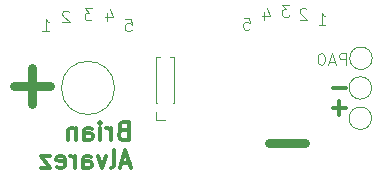
<source format=gbr>
%TF.GenerationSoftware,KiCad,Pcbnew,9.0.4*%
%TF.CreationDate,2025-12-16T21:44:14-08:00*%
%TF.ProjectId,Droplet,44726f70-6c65-4742-9e6b-696361645f70,rev?*%
%TF.SameCoordinates,Original*%
%TF.FileFunction,Legend,Bot*%
%TF.FilePolarity,Positive*%
%FSLAX46Y46*%
G04 Gerber Fmt 4.6, Leading zero omitted, Abs format (unit mm)*
G04 Created by KiCad (PCBNEW 9.0.4) date 2025-12-16 21:44:14*
%MOMM*%
%LPD*%
G01*
G04 APERTURE LIST*
%ADD10C,0.300000*%
%ADD11C,0.100000*%
%ADD12C,0.800000*%
%ADD13C,0.120000*%
G04 APERTURE END LIST*
D10*
X104507889Y-38002198D02*
X104293603Y-38073626D01*
X104293603Y-38073626D02*
X104222174Y-38145055D01*
X104222174Y-38145055D02*
X104150746Y-38287912D01*
X104150746Y-38287912D02*
X104150746Y-38502198D01*
X104150746Y-38502198D02*
X104222174Y-38645055D01*
X104222174Y-38645055D02*
X104293603Y-38716484D01*
X104293603Y-38716484D02*
X104436460Y-38787912D01*
X104436460Y-38787912D02*
X105007889Y-38787912D01*
X105007889Y-38787912D02*
X105007889Y-37287912D01*
X105007889Y-37287912D02*
X104507889Y-37287912D01*
X104507889Y-37287912D02*
X104365032Y-37359341D01*
X104365032Y-37359341D02*
X104293603Y-37430769D01*
X104293603Y-37430769D02*
X104222174Y-37573626D01*
X104222174Y-37573626D02*
X104222174Y-37716484D01*
X104222174Y-37716484D02*
X104293603Y-37859341D01*
X104293603Y-37859341D02*
X104365032Y-37930769D01*
X104365032Y-37930769D02*
X104507889Y-38002198D01*
X104507889Y-38002198D02*
X105007889Y-38002198D01*
X103507889Y-38787912D02*
X103507889Y-37787912D01*
X103507889Y-38073626D02*
X103436460Y-37930769D01*
X103436460Y-37930769D02*
X103365032Y-37859341D01*
X103365032Y-37859341D02*
X103222174Y-37787912D01*
X103222174Y-37787912D02*
X103079317Y-37787912D01*
X102579318Y-38787912D02*
X102579318Y-37787912D01*
X102579318Y-37287912D02*
X102650746Y-37359341D01*
X102650746Y-37359341D02*
X102579318Y-37430769D01*
X102579318Y-37430769D02*
X102507889Y-37359341D01*
X102507889Y-37359341D02*
X102579318Y-37287912D01*
X102579318Y-37287912D02*
X102579318Y-37430769D01*
X101222175Y-38787912D02*
X101222175Y-38002198D01*
X101222175Y-38002198D02*
X101293603Y-37859341D01*
X101293603Y-37859341D02*
X101436460Y-37787912D01*
X101436460Y-37787912D02*
X101722175Y-37787912D01*
X101722175Y-37787912D02*
X101865032Y-37859341D01*
X101222175Y-38716484D02*
X101365032Y-38787912D01*
X101365032Y-38787912D02*
X101722175Y-38787912D01*
X101722175Y-38787912D02*
X101865032Y-38716484D01*
X101865032Y-38716484D02*
X101936460Y-38573626D01*
X101936460Y-38573626D02*
X101936460Y-38430769D01*
X101936460Y-38430769D02*
X101865032Y-38287912D01*
X101865032Y-38287912D02*
X101722175Y-38216484D01*
X101722175Y-38216484D02*
X101365032Y-38216484D01*
X101365032Y-38216484D02*
X101222175Y-38145055D01*
X100507889Y-37787912D02*
X100507889Y-38787912D01*
X100507889Y-37930769D02*
X100436460Y-37859341D01*
X100436460Y-37859341D02*
X100293603Y-37787912D01*
X100293603Y-37787912D02*
X100079317Y-37787912D01*
X100079317Y-37787912D02*
X99936460Y-37859341D01*
X99936460Y-37859341D02*
X99865032Y-38002198D01*
X99865032Y-38002198D02*
X99865032Y-38787912D01*
X105079317Y-40774257D02*
X104365032Y-40774257D01*
X105222174Y-41202828D02*
X104722174Y-39702828D01*
X104722174Y-39702828D02*
X104222174Y-41202828D01*
X103507889Y-41202828D02*
X103650746Y-41131400D01*
X103650746Y-41131400D02*
X103722175Y-40988542D01*
X103722175Y-40988542D02*
X103722175Y-39702828D01*
X103079318Y-40202828D02*
X102722175Y-41202828D01*
X102722175Y-41202828D02*
X102365032Y-40202828D01*
X101150747Y-41202828D02*
X101150747Y-40417114D01*
X101150747Y-40417114D02*
X101222175Y-40274257D01*
X101222175Y-40274257D02*
X101365032Y-40202828D01*
X101365032Y-40202828D02*
X101650747Y-40202828D01*
X101650747Y-40202828D02*
X101793604Y-40274257D01*
X101150747Y-41131400D02*
X101293604Y-41202828D01*
X101293604Y-41202828D02*
X101650747Y-41202828D01*
X101650747Y-41202828D02*
X101793604Y-41131400D01*
X101793604Y-41131400D02*
X101865032Y-40988542D01*
X101865032Y-40988542D02*
X101865032Y-40845685D01*
X101865032Y-40845685D02*
X101793604Y-40702828D01*
X101793604Y-40702828D02*
X101650747Y-40631400D01*
X101650747Y-40631400D02*
X101293604Y-40631400D01*
X101293604Y-40631400D02*
X101150747Y-40559971D01*
X100436461Y-41202828D02*
X100436461Y-40202828D01*
X100436461Y-40488542D02*
X100365032Y-40345685D01*
X100365032Y-40345685D02*
X100293604Y-40274257D01*
X100293604Y-40274257D02*
X100150746Y-40202828D01*
X100150746Y-40202828D02*
X100007889Y-40202828D01*
X98936461Y-41131400D02*
X99079318Y-41202828D01*
X99079318Y-41202828D02*
X99365033Y-41202828D01*
X99365033Y-41202828D02*
X99507890Y-41131400D01*
X99507890Y-41131400D02*
X99579318Y-40988542D01*
X99579318Y-40988542D02*
X99579318Y-40417114D01*
X99579318Y-40417114D02*
X99507890Y-40274257D01*
X99507890Y-40274257D02*
X99365033Y-40202828D01*
X99365033Y-40202828D02*
X99079318Y-40202828D01*
X99079318Y-40202828D02*
X98936461Y-40274257D01*
X98936461Y-40274257D02*
X98865033Y-40417114D01*
X98865033Y-40417114D02*
X98865033Y-40559971D01*
X98865033Y-40559971D02*
X99579318Y-40702828D01*
X98365033Y-40202828D02*
X97579319Y-40202828D01*
X97579319Y-40202828D02*
X98365033Y-41202828D01*
X98365033Y-41202828D02*
X97579319Y-41202828D01*
X122271310Y-34400200D02*
X123414168Y-34400200D01*
X122271310Y-36127400D02*
X123414168Y-36127400D01*
X122842739Y-35555971D02*
X122842739Y-36698828D01*
D11*
X123396115Y-32472419D02*
X123396115Y-31472419D01*
X123396115Y-31472419D02*
X123015163Y-31472419D01*
X123015163Y-31472419D02*
X122919925Y-31520038D01*
X122919925Y-31520038D02*
X122872306Y-31567657D01*
X122872306Y-31567657D02*
X122824687Y-31662895D01*
X122824687Y-31662895D02*
X122824687Y-31805752D01*
X122824687Y-31805752D02*
X122872306Y-31900990D01*
X122872306Y-31900990D02*
X122919925Y-31948609D01*
X122919925Y-31948609D02*
X123015163Y-31996228D01*
X123015163Y-31996228D02*
X123396115Y-31996228D01*
X122443734Y-32186704D02*
X121967544Y-32186704D01*
X122538972Y-32472419D02*
X122205639Y-31472419D01*
X122205639Y-31472419D02*
X121872306Y-32472419D01*
X121348496Y-31472419D02*
X121253258Y-31472419D01*
X121253258Y-31472419D02*
X121158020Y-31520038D01*
X121158020Y-31520038D02*
X121110401Y-31567657D01*
X121110401Y-31567657D02*
X121062782Y-31662895D01*
X121062782Y-31662895D02*
X121015163Y-31853371D01*
X121015163Y-31853371D02*
X121015163Y-32091466D01*
X121015163Y-32091466D02*
X121062782Y-32281942D01*
X121062782Y-32281942D02*
X121110401Y-32377180D01*
X121110401Y-32377180D02*
X121158020Y-32424800D01*
X121158020Y-32424800D02*
X121253258Y-32472419D01*
X121253258Y-32472419D02*
X121348496Y-32472419D01*
X121348496Y-32472419D02*
X121443734Y-32424800D01*
X121443734Y-32424800D02*
X121491353Y-32377180D01*
X121491353Y-32377180D02*
X121538972Y-32281942D01*
X121538972Y-32281942D02*
X121586591Y-32091466D01*
X121586591Y-32091466D02*
X121586591Y-31853371D01*
X121586591Y-31853371D02*
X121538972Y-31662895D01*
X121538972Y-31662895D02*
X121491353Y-31567657D01*
X121491353Y-31567657D02*
X121443734Y-31520038D01*
X121443734Y-31520038D02*
X121348496Y-31472419D01*
D12*
X116878695Y-39054933D02*
X119926315Y-39054933D01*
D11*
X97672306Y-29572419D02*
X98243734Y-29572419D01*
X97958020Y-29572419D02*
X97958020Y-28572419D01*
X97958020Y-28572419D02*
X98053258Y-28715276D01*
X98053258Y-28715276D02*
X98148496Y-28810514D01*
X98148496Y-28810514D02*
X98243734Y-28858133D01*
X121072306Y-29072419D02*
X121643734Y-29072419D01*
X121358020Y-29072419D02*
X121358020Y-28072419D01*
X121358020Y-28072419D02*
X121453258Y-28215276D01*
X121453258Y-28215276D02*
X121548496Y-28310514D01*
X121548496Y-28310514D02*
X121643734Y-28358133D01*
X114719925Y-28472419D02*
X115196115Y-28472419D01*
X115196115Y-28472419D02*
X115243734Y-28948609D01*
X115243734Y-28948609D02*
X115196115Y-28900990D01*
X115196115Y-28900990D02*
X115100877Y-28853371D01*
X115100877Y-28853371D02*
X114862782Y-28853371D01*
X114862782Y-28853371D02*
X114767544Y-28900990D01*
X114767544Y-28900990D02*
X114719925Y-28948609D01*
X114719925Y-28948609D02*
X114672306Y-29043847D01*
X114672306Y-29043847D02*
X114672306Y-29281942D01*
X114672306Y-29281942D02*
X114719925Y-29377180D01*
X114719925Y-29377180D02*
X114767544Y-29424800D01*
X114767544Y-29424800D02*
X114862782Y-29472419D01*
X114862782Y-29472419D02*
X115100877Y-29472419D01*
X115100877Y-29472419D02*
X115196115Y-29424800D01*
X115196115Y-29424800D02*
X115243734Y-29377180D01*
X116467544Y-28005752D02*
X116467544Y-28672419D01*
X116705639Y-27624800D02*
X116943734Y-28339085D01*
X116943734Y-28339085D02*
X116324687Y-28339085D01*
X120043734Y-27767657D02*
X119996115Y-27720038D01*
X119996115Y-27720038D02*
X119900877Y-27672419D01*
X119900877Y-27672419D02*
X119662782Y-27672419D01*
X119662782Y-27672419D02*
X119567544Y-27720038D01*
X119567544Y-27720038D02*
X119519925Y-27767657D01*
X119519925Y-27767657D02*
X119472306Y-27862895D01*
X119472306Y-27862895D02*
X119472306Y-27958133D01*
X119472306Y-27958133D02*
X119519925Y-28100990D01*
X119519925Y-28100990D02*
X120091353Y-28672419D01*
X120091353Y-28672419D02*
X119472306Y-28672419D01*
X101891353Y-27672419D02*
X101272306Y-27672419D01*
X101272306Y-27672419D02*
X101605639Y-28053371D01*
X101605639Y-28053371D02*
X101462782Y-28053371D01*
X101462782Y-28053371D02*
X101367544Y-28100990D01*
X101367544Y-28100990D02*
X101319925Y-28148609D01*
X101319925Y-28148609D02*
X101272306Y-28243847D01*
X101272306Y-28243847D02*
X101272306Y-28481942D01*
X101272306Y-28481942D02*
X101319925Y-28577180D01*
X101319925Y-28577180D02*
X101367544Y-28624800D01*
X101367544Y-28624800D02*
X101462782Y-28672419D01*
X101462782Y-28672419D02*
X101748496Y-28672419D01*
X101748496Y-28672419D02*
X101843734Y-28624800D01*
X101843734Y-28624800D02*
X101891353Y-28577180D01*
X99943734Y-27967657D02*
X99896115Y-27920038D01*
X99896115Y-27920038D02*
X99800877Y-27872419D01*
X99800877Y-27872419D02*
X99562782Y-27872419D01*
X99562782Y-27872419D02*
X99467544Y-27920038D01*
X99467544Y-27920038D02*
X99419925Y-27967657D01*
X99419925Y-27967657D02*
X99372306Y-28062895D01*
X99372306Y-28062895D02*
X99372306Y-28158133D01*
X99372306Y-28158133D02*
X99419925Y-28300990D01*
X99419925Y-28300990D02*
X99991353Y-28872419D01*
X99991353Y-28872419D02*
X99372306Y-28872419D01*
X104719925Y-28572419D02*
X105196115Y-28572419D01*
X105196115Y-28572419D02*
X105243734Y-29048609D01*
X105243734Y-29048609D02*
X105196115Y-29000990D01*
X105196115Y-29000990D02*
X105100877Y-28953371D01*
X105100877Y-28953371D02*
X104862782Y-28953371D01*
X104862782Y-28953371D02*
X104767544Y-29000990D01*
X104767544Y-29000990D02*
X104719925Y-29048609D01*
X104719925Y-29048609D02*
X104672306Y-29143847D01*
X104672306Y-29143847D02*
X104672306Y-29381942D01*
X104672306Y-29381942D02*
X104719925Y-29477180D01*
X104719925Y-29477180D02*
X104767544Y-29524800D01*
X104767544Y-29524800D02*
X104862782Y-29572419D01*
X104862782Y-29572419D02*
X105100877Y-29572419D01*
X105100877Y-29572419D02*
X105196115Y-29524800D01*
X105196115Y-29524800D02*
X105243734Y-29477180D01*
X103167544Y-28105752D02*
X103167544Y-28772419D01*
X103405639Y-27724800D02*
X103643734Y-28439085D01*
X103643734Y-28439085D02*
X103024687Y-28439085D01*
D12*
X98321304Y-34245066D02*
X95273685Y-34245066D01*
X96797494Y-35768876D02*
X96797494Y-32721257D01*
D11*
X118591353Y-27372419D02*
X117972306Y-27372419D01*
X117972306Y-27372419D02*
X118305639Y-27753371D01*
X118305639Y-27753371D02*
X118162782Y-27753371D01*
X118162782Y-27753371D02*
X118067544Y-27800990D01*
X118067544Y-27800990D02*
X118019925Y-27848609D01*
X118019925Y-27848609D02*
X117972306Y-27943847D01*
X117972306Y-27943847D02*
X117972306Y-28181942D01*
X117972306Y-28181942D02*
X118019925Y-28277180D01*
X118019925Y-28277180D02*
X118067544Y-28324800D01*
X118067544Y-28324800D02*
X118162782Y-28372419D01*
X118162782Y-28372419D02*
X118448496Y-28372419D01*
X118448496Y-28372419D02*
X118543734Y-28324800D01*
X118543734Y-28324800D02*
X118591353Y-28277180D01*
D13*
%TO.C,J1*%
X107332000Y-31807000D02*
X107666970Y-31807000D01*
X107332000Y-35682000D02*
X107332000Y-31807000D01*
X107332000Y-35682000D02*
X107391435Y-35682000D01*
X107332000Y-36417000D02*
X107332000Y-37152000D01*
X107332000Y-37152000D02*
X108077000Y-37152000D01*
X108487030Y-31807000D02*
X108822000Y-31807000D01*
X108762565Y-35682000D02*
X108822000Y-35682000D01*
X108822000Y-35682000D02*
X108822000Y-31807000D01*
%TO.C,TP1*%
X103799200Y-34417000D02*
G75*
G02*
X99299200Y-34417000I-2250000J0D01*
G01*
X99299200Y-34417000D02*
G75*
G02*
X103799200Y-34417000I2250000J0D01*
G01*
%TO.C,TP4*%
X125562400Y-34417000D02*
G75*
G02*
X123662400Y-34417000I-950000J0D01*
G01*
X123662400Y-34417000D02*
G75*
G02*
X125562400Y-34417000I950000J0D01*
G01*
%TO.C,TP5*%
X125562400Y-36982400D02*
G75*
G02*
X123662400Y-36982400I-950000J0D01*
G01*
X123662400Y-36982400D02*
G75*
G02*
X125562400Y-36982400I950000J0D01*
G01*
%TO.C,TP3*%
X125613200Y-31902400D02*
G75*
G02*
X123713200Y-31902400I-950000J0D01*
G01*
X123713200Y-31902400D02*
G75*
G02*
X125613200Y-31902400I950000J0D01*
G01*
%TD*%
M02*

</source>
